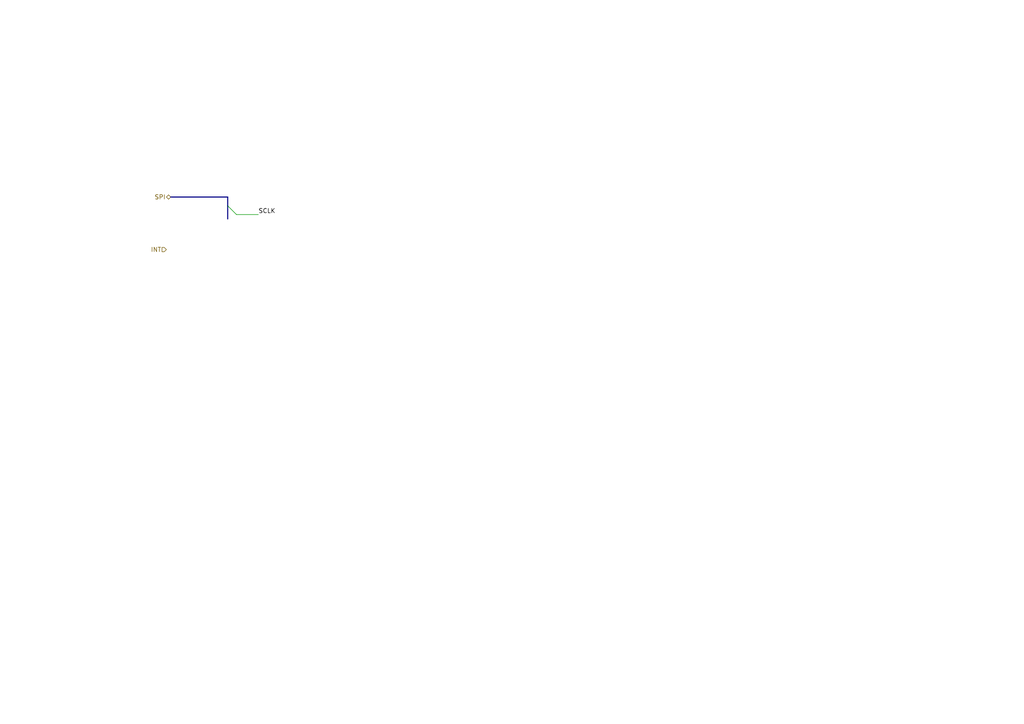
<source format=kicad_sch>
(kicad_sch
	(version 20231120)
	(generator "eeschema")
	(generator_version "8.0")
	(uuid "83992081-912a-4348-a11c-64aa5c2e09e3")
	(paper "A4")
	(lib_symbols)
	(bus_entry
		(at 66.04 59.69)
		(size 2.54 2.54)
		(stroke
			(width 0)
			(type default)
		)
		(uuid "a9efeab6-b5a0-4cd4-93b1-43bb2e06d6f3")
	)
	(bus
		(pts
			(xy 66.04 57.15) (xy 66.04 59.69)
		)
		(stroke
			(width 0)
			(type default)
		)
		(uuid "54f7d7a0-3561-42a9-8bb0-eff807828068")
	)
	(bus
		(pts
			(xy 49.53 57.15) (xy 66.04 57.15)
		)
		(stroke
			(width 0)
			(type default)
		)
		(uuid "c550da23-6491-420f-875f-fd829dca6f99")
	)
	(bus
		(pts
			(xy 66.04 59.69) (xy 66.04 63.5)
		)
		(stroke
			(width 0)
			(type default)
		)
		(uuid "c6403dbb-76d5-4cac-8a78-6feb36f58dbc")
	)
	(wire
		(pts
			(xy 68.58 62.23) (xy 74.93 62.23)
		)
		(stroke
			(width 0)
			(type default)
		)
		(uuid "fb60280a-ab11-4e32-bded-fea6ef9d5e03")
	)
	(label "SCLK"
		(at 74.93 62.23 0)
		(fields_autoplaced yes)
		(effects
			(font
				(size 1.27 1.27)
			)
			(justify left bottom)
		)
		(uuid "57340c72-0916-4010-840f-abfde630ec1b")
	)
	(hierarchical_label "INT"
		(shape input)
		(at 48.26 72.39 180)
		(fields_autoplaced yes)
		(effects
			(font
				(size 1.27 1.27)
			)
			(justify right)
		)
		(uuid "60df4781-c77a-4719-88e8-55d0cc51511e")
	)
	(hierarchical_label "SPI"
		(shape bidirectional)
		(at 49.53 57.15 180)
		(fields_autoplaced yes)
		(effects
			(font
				(size 1.27 1.27)
			)
			(justify right)
		)
		(uuid "9ca69d17-3a4f-4288-af0a-09e94626428e")
	)
)

</source>
